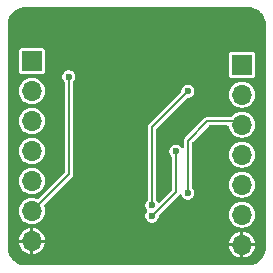
<source format=gbr>
%TF.GenerationSoftware,KiCad,Pcbnew,9.0.0*%
%TF.CreationDate,2025-04-04T04:48:51-04:00*%
%TF.ProjectId,IMU,494d552e-6b69-4636-9164-5f7063625858,rev?*%
%TF.SameCoordinates,Original*%
%TF.FileFunction,Copper,L2,Bot*%
%TF.FilePolarity,Positive*%
%FSLAX46Y46*%
G04 Gerber Fmt 4.6, Leading zero omitted, Abs format (unit mm)*
G04 Created by KiCad (PCBNEW 9.0.0) date 2025-04-04 04:48:51*
%MOMM*%
%LPD*%
G01*
G04 APERTURE LIST*
%TA.AperFunction,ComponentPad*%
%ADD10R,1.700000X1.700000*%
%TD*%
%TA.AperFunction,ComponentPad*%
%ADD11O,1.700000X1.700000*%
%TD*%
%TA.AperFunction,ViaPad*%
%ADD12C,0.600000*%
%TD*%
%TA.AperFunction,Conductor*%
%ADD13C,0.200000*%
%TD*%
G04 APERTURE END LIST*
D10*
%TO.P,J2,1,Pin_1*%
%TO.N,+3.3V*%
X123962000Y-91038000D03*
D11*
%TO.P,J2,2,Pin_2*%
%TO.N,/sensors/pres_miso*%
X123962000Y-93578000D03*
%TO.P,J2,3,Pin_3*%
%TO.N,/sensors/pres_mosi*%
X123962000Y-96118000D03*
%TO.P,J2,4,Pin_4*%
%TO.N,/sensors/pres_sclk*%
X123962000Y-98658000D03*
%TO.P,J2,5,Pin_5*%
%TO.N,/sensors/imu_int2*%
X123962000Y-101198000D03*
%TO.P,J2,6,Pin_6*%
%TO.N,/sensors/pres_cs*%
X123962000Y-103738000D03*
%TO.P,J2,7,Pin_7*%
%TO.N,GNDD*%
X123962000Y-106278000D03*
%TD*%
D10*
%TO.P,J1,1,Pin_1*%
%TO.N,+3.3V*%
X141742000Y-91328000D03*
D11*
%TO.P,J1,2,Pin_2*%
%TO.N,/sensors/imu_miso*%
X141742000Y-93868000D03*
%TO.P,J1,3,Pin_3*%
%TO.N,/sensors/imu_mosi*%
X141742000Y-96408000D03*
%TO.P,J1,4,Pin_4*%
%TO.N,/sensors/imu_sclk*%
X141742000Y-98948000D03*
%TO.P,J1,5,Pin_5*%
%TO.N,/sensors/imu_int1*%
X141742000Y-101488000D03*
%TO.P,J1,6,Pin_6*%
%TO.N,/sensors/imu_cs*%
X141742000Y-104028000D03*
%TO.P,J1,7,Pin_7*%
%TO.N,GNDD*%
X141742000Y-106568000D03*
%TD*%
D12*
%TO.N,GNDD*%
X135265000Y-97896000D03*
X129312500Y-104140000D03*
X132106500Y-99568000D03*
X131963000Y-94848000D03*
X131963000Y-93598000D03*
X134476500Y-94594000D03*
X132614500Y-101219000D03*
X135138000Y-101314000D03*
%TO.N,/sensors/imu_miso*%
X134138500Y-103251000D03*
X137170000Y-93578000D03*
%TO.N,/sensors/imu_sclk*%
X136170500Y-98658000D03*
X134138500Y-104140000D03*
%TO.N,/sensors/imu_mosi*%
X137170000Y-102214000D03*
%TO.N,/sensors/pres_cs*%
X127097000Y-92348000D03*
%TD*%
D13*
%TO.N,/sensors/imu_miso*%
X137170000Y-93578000D02*
X134138500Y-96609500D01*
X134138500Y-96609500D02*
X134138500Y-103251000D01*
%TO.N,/sensors/imu_sclk*%
X136170500Y-98658000D02*
X136170500Y-102108000D01*
X136170500Y-102108000D02*
X134138500Y-104140000D01*
%TO.N,/sensors/imu_mosi*%
X138821000Y-96118000D02*
X137186500Y-97752500D01*
X138821000Y-96118000D02*
X141752000Y-96118000D01*
X137186500Y-97752500D02*
X137186500Y-102214000D01*
%TO.N,/sensors/pres_cs*%
X127097000Y-100603000D02*
X123962000Y-103738000D01*
X127097000Y-92348000D02*
X127097000Y-100603000D01*
%TD*%
%TA.AperFunction,Conductor*%
%TO.N,GNDD*%
G36*
X142286495Y-86458819D02*
G01*
X142486424Y-86473120D01*
X142504216Y-86475679D01*
X142555777Y-86486895D01*
X142695663Y-86517326D01*
X142712902Y-86522388D01*
X142896475Y-86590858D01*
X142912828Y-86598326D01*
X143084786Y-86692223D01*
X143099909Y-86701942D01*
X143256751Y-86819353D01*
X143270338Y-86831126D01*
X143408878Y-86969667D01*
X143420650Y-86983253D01*
X143538059Y-87140094D01*
X143547778Y-87155217D01*
X143641675Y-87327176D01*
X143649142Y-87343524D01*
X143717611Y-87527097D01*
X143722676Y-87544346D01*
X143764323Y-87735796D01*
X143766881Y-87753590D01*
X143776785Y-87892069D01*
X143781190Y-87953647D01*
X143781511Y-87962636D01*
X143781511Y-106813499D01*
X143781190Y-106822487D01*
X143781190Y-106822488D01*
X143766891Y-107022411D01*
X143764333Y-107040205D01*
X143722686Y-107231653D01*
X143717621Y-107248903D01*
X143649152Y-107432475D01*
X143641684Y-107448827D01*
X143547788Y-107620786D01*
X143538070Y-107635907D01*
X143538068Y-107635910D01*
X143420658Y-107792752D01*
X143408886Y-107806338D01*
X143270345Y-107944880D01*
X143256758Y-107956653D01*
X143099914Y-108074065D01*
X143084791Y-108083784D01*
X142912838Y-108177679D01*
X142896485Y-108185148D01*
X142712906Y-108253620D01*
X142695657Y-108258684D01*
X142504218Y-108300330D01*
X142486424Y-108302889D01*
X142307165Y-108315711D01*
X142286648Y-108317179D01*
X142277661Y-108317500D01*
X123426501Y-108317500D01*
X123417512Y-108317179D01*
X123217590Y-108302880D01*
X123199796Y-108300322D01*
X123008348Y-108258675D01*
X122991098Y-108253610D01*
X122807526Y-108185141D01*
X122791174Y-108177673D01*
X122619216Y-108083777D01*
X122604092Y-108074057D01*
X122447247Y-107956644D01*
X122433661Y-107944871D01*
X122295128Y-107806338D01*
X122283355Y-107792752D01*
X122165942Y-107635907D01*
X122156222Y-107620783D01*
X122062326Y-107448825D01*
X122054858Y-107432473D01*
X121994091Y-107269552D01*
X121986388Y-107248899D01*
X121981324Y-107231651D01*
X121957054Y-107120082D01*
X121939675Y-107040193D01*
X121937120Y-107022419D01*
X121922821Y-106822487D01*
X121922500Y-106813499D01*
X121922500Y-106151000D01*
X122864353Y-106151000D01*
X123478392Y-106151000D01*
X123462000Y-106212174D01*
X123462000Y-106343826D01*
X123478392Y-106405000D01*
X122864353Y-106405000D01*
X122885185Y-106536524D01*
X122938883Y-106701788D01*
X122938884Y-106701790D01*
X123017776Y-106856625D01*
X123119917Y-106997210D01*
X123242789Y-107120082D01*
X123383374Y-107222223D01*
X123538209Y-107301115D01*
X123538211Y-107301116D01*
X123703476Y-107354815D01*
X123835000Y-107375645D01*
X123835000Y-106761608D01*
X123896174Y-106778000D01*
X124027826Y-106778000D01*
X124089000Y-106761608D01*
X124089000Y-107375645D01*
X124220523Y-107354815D01*
X124385788Y-107301116D01*
X124385790Y-107301115D01*
X124540625Y-107222223D01*
X124681210Y-107120082D01*
X124804082Y-106997210D01*
X124906223Y-106856625D01*
X124985115Y-106701790D01*
X124985116Y-106701787D01*
X125010745Y-106622913D01*
X125051907Y-106453864D01*
X125053945Y-106441000D01*
X140644353Y-106441000D01*
X141258392Y-106441000D01*
X141242000Y-106502174D01*
X141242000Y-106633826D01*
X141258392Y-106695000D01*
X140644353Y-106695000D01*
X140665185Y-106826524D01*
X140718883Y-106991788D01*
X140718884Y-106991790D01*
X140797776Y-107146625D01*
X140899917Y-107287210D01*
X141022789Y-107410082D01*
X141163374Y-107512223D01*
X141318209Y-107591115D01*
X141318211Y-107591116D01*
X141483476Y-107644815D01*
X141615000Y-107665645D01*
X141615000Y-107051608D01*
X141676174Y-107068000D01*
X141807826Y-107068000D01*
X141869000Y-107051608D01*
X141869000Y-107665645D01*
X142000523Y-107644815D01*
X142165788Y-107591116D01*
X142165790Y-107591115D01*
X142320625Y-107512223D01*
X142461210Y-107410082D01*
X142584082Y-107287210D01*
X142686223Y-107146625D01*
X142765115Y-106991790D01*
X142765116Y-106991788D01*
X142818814Y-106826524D01*
X142839647Y-106695000D01*
X142225608Y-106695000D01*
X142242000Y-106633826D01*
X142242000Y-106502174D01*
X142225608Y-106441000D01*
X142839646Y-106441000D01*
X142818814Y-106309475D01*
X142765116Y-106144211D01*
X142765115Y-106144209D01*
X142686223Y-105989374D01*
X142584082Y-105848789D01*
X142461210Y-105725917D01*
X142320625Y-105623776D01*
X142165790Y-105544884D01*
X142165788Y-105544883D01*
X142000524Y-105491185D01*
X141869000Y-105470353D01*
X141869000Y-106084391D01*
X141807826Y-106068000D01*
X141676174Y-106068000D01*
X141615000Y-106084391D01*
X141615000Y-105470353D01*
X141483475Y-105491185D01*
X141318211Y-105544883D01*
X141318209Y-105544884D01*
X141163374Y-105623776D01*
X141022789Y-105725917D01*
X140899917Y-105848789D01*
X140797776Y-105989374D01*
X140718884Y-106144209D01*
X140718883Y-106144211D01*
X140665185Y-106309475D01*
X140644353Y-106441000D01*
X125053945Y-106441000D01*
X125059647Y-106405000D01*
X124445608Y-106405000D01*
X124462000Y-106343826D01*
X124462000Y-106212174D01*
X124445608Y-106151000D01*
X125059646Y-106151000D01*
X125038814Y-106019475D01*
X124985116Y-105854211D01*
X124985115Y-105854209D01*
X124906223Y-105699374D01*
X124804082Y-105558789D01*
X124681210Y-105435917D01*
X124540625Y-105333776D01*
X124385790Y-105254884D01*
X124385788Y-105254883D01*
X124220524Y-105201185D01*
X124089000Y-105180353D01*
X124089000Y-105794391D01*
X124027826Y-105778000D01*
X123896174Y-105778000D01*
X123835000Y-105794391D01*
X123835000Y-105180353D01*
X123703475Y-105201185D01*
X123538211Y-105254883D01*
X123538209Y-105254884D01*
X123383374Y-105333776D01*
X123242789Y-105435917D01*
X123119917Y-105558789D01*
X123017776Y-105699374D01*
X122938884Y-105854209D01*
X122938883Y-105854211D01*
X122885185Y-106019475D01*
X122864353Y-106151000D01*
X121922500Y-106151000D01*
X121922500Y-103651074D01*
X122857500Y-103651074D01*
X122857500Y-103824926D01*
X122875897Y-103941077D01*
X122884698Y-103996642D01*
X122923129Y-104114922D01*
X122938420Y-104161981D01*
X122938421Y-104161982D01*
X123017349Y-104316887D01*
X123119536Y-104457535D01*
X123242464Y-104580463D01*
X123334859Y-104647592D01*
X123383116Y-104682653D01*
X123538019Y-104761580D01*
X123703362Y-104815303D01*
X123875074Y-104842500D01*
X123875077Y-104842500D01*
X124048923Y-104842500D01*
X124048926Y-104842500D01*
X124220638Y-104815303D01*
X124385981Y-104761580D01*
X124540884Y-104682653D01*
X124681533Y-104580465D01*
X124804465Y-104457533D01*
X124906653Y-104316884D01*
X124985580Y-104161981D01*
X125039303Y-103996638D01*
X125066500Y-103824926D01*
X125066500Y-103651074D01*
X125039303Y-103479362D01*
X124985580Y-103314019D01*
X124985578Y-103314016D01*
X124985342Y-103313288D01*
X124984900Y-103297830D01*
X124979496Y-103283341D01*
X124983906Y-103263064D01*
X124983314Y-103242321D01*
X124991532Y-103228007D01*
X124994587Y-103213967D01*
X125016076Y-103185261D01*
X125023338Y-103177999D01*
X133584000Y-103177999D01*
X133584000Y-103324001D01*
X133617324Y-103448372D01*
X133621789Y-103465033D01*
X133694786Y-103591467D01*
X133694794Y-103591477D01*
X133709722Y-103606405D01*
X133743748Y-103668717D01*
X133738683Y-103739532D01*
X133709722Y-103784595D01*
X133694794Y-103799522D01*
X133694786Y-103799532D01*
X133621789Y-103925966D01*
X133621788Y-103925971D01*
X133584000Y-104066999D01*
X133584000Y-104213001D01*
X133603731Y-104286638D01*
X133621789Y-104354033D01*
X133694786Y-104480467D01*
X133694794Y-104480477D01*
X133798022Y-104583705D01*
X133798027Y-104583709D01*
X133798029Y-104583711D01*
X133798030Y-104583712D01*
X133798032Y-104583713D01*
X133924466Y-104656710D01*
X133924468Y-104656710D01*
X133924471Y-104656712D01*
X134065499Y-104694500D01*
X134065501Y-104694500D01*
X134211499Y-104694500D01*
X134211501Y-104694500D01*
X134352529Y-104656712D01*
X134352532Y-104656710D01*
X134352533Y-104656710D01*
X134438834Y-104606884D01*
X134478971Y-104583711D01*
X134582211Y-104480471D01*
X134655212Y-104354029D01*
X134693000Y-104213001D01*
X134693000Y-104139029D01*
X134713002Y-104070908D01*
X134729905Y-104049934D01*
X134838765Y-103941074D01*
X140637500Y-103941074D01*
X140637500Y-104114926D01*
X140653034Y-104212999D01*
X140664698Y-104286642D01*
X140686593Y-104354029D01*
X140718420Y-104451981D01*
X140783885Y-104580463D01*
X140797349Y-104606887D01*
X140899536Y-104747535D01*
X141022464Y-104870463D01*
X141022467Y-104870465D01*
X141163116Y-104972653D01*
X141318019Y-105051580D01*
X141483362Y-105105303D01*
X141655074Y-105132500D01*
X141655077Y-105132500D01*
X141828923Y-105132500D01*
X141828926Y-105132500D01*
X142000638Y-105105303D01*
X142165981Y-105051580D01*
X142320884Y-104972653D01*
X142461533Y-104870465D01*
X142584465Y-104747533D01*
X142686653Y-104606884D01*
X142765580Y-104451981D01*
X142819303Y-104286638D01*
X142846500Y-104114926D01*
X142846500Y-103941074D01*
X142819303Y-103769362D01*
X142765580Y-103604019D01*
X142686653Y-103449116D01*
X142588499Y-103314019D01*
X142584463Y-103308464D01*
X142461535Y-103185536D01*
X142320887Y-103083349D01*
X142320886Y-103083348D01*
X142320884Y-103083347D01*
X142165981Y-103004420D01*
X142165978Y-103004419D01*
X142165976Y-103004418D01*
X142000642Y-102950698D01*
X142000640Y-102950697D01*
X142000638Y-102950697D01*
X141828926Y-102923500D01*
X141655074Y-102923500D01*
X141483362Y-102950697D01*
X141483360Y-102950697D01*
X141483357Y-102950698D01*
X141318023Y-103004418D01*
X141318017Y-103004421D01*
X141163112Y-103083349D01*
X141022464Y-103185536D01*
X140899536Y-103308464D01*
X140797349Y-103449112D01*
X140718421Y-103604017D01*
X140718418Y-103604023D01*
X140664698Y-103769357D01*
X140664697Y-103769360D01*
X140664697Y-103769362D01*
X140637500Y-103941074D01*
X134838765Y-103941074D01*
X136435261Y-102344578D01*
X136497573Y-102310552D01*
X136568388Y-102315617D01*
X136625224Y-102358164D01*
X136646063Y-102401063D01*
X136653289Y-102428032D01*
X136726286Y-102554467D01*
X136726294Y-102554477D01*
X136829522Y-102657705D01*
X136829527Y-102657709D01*
X136829529Y-102657711D01*
X136829530Y-102657712D01*
X136829532Y-102657713D01*
X136955966Y-102730710D01*
X136955968Y-102730710D01*
X136955971Y-102730712D01*
X137096999Y-102768500D01*
X137097001Y-102768500D01*
X137242999Y-102768500D01*
X137243001Y-102768500D01*
X137384029Y-102730712D01*
X137384032Y-102730710D01*
X137384033Y-102730710D01*
X137505299Y-102660697D01*
X137510471Y-102657711D01*
X137613711Y-102554471D01*
X137650211Y-102491250D01*
X137686710Y-102428033D01*
X137686710Y-102428032D01*
X137686712Y-102428029D01*
X137724500Y-102287001D01*
X137724500Y-102140999D01*
X137686712Y-101999971D01*
X137686710Y-101999968D01*
X137686710Y-101999966D01*
X137613713Y-101873532D01*
X137613705Y-101873522D01*
X137577905Y-101837722D01*
X137543879Y-101775410D01*
X137541000Y-101748627D01*
X137541000Y-101401074D01*
X140637500Y-101401074D01*
X140637500Y-101574926D01*
X140664697Y-101746638D01*
X140664698Y-101746642D01*
X140717441Y-101908970D01*
X140718420Y-101911981D01*
X140783885Y-102040463D01*
X140797349Y-102066887D01*
X140899536Y-102207535D01*
X141022464Y-102330463D01*
X141022467Y-102330465D01*
X141163116Y-102432653D01*
X141318019Y-102511580D01*
X141483362Y-102565303D01*
X141655074Y-102592500D01*
X141655077Y-102592500D01*
X141828923Y-102592500D01*
X141828926Y-102592500D01*
X142000638Y-102565303D01*
X142165981Y-102511580D01*
X142320884Y-102432653D01*
X142461533Y-102330465D01*
X142584465Y-102207533D01*
X142686653Y-102066884D01*
X142765580Y-101911981D01*
X142819303Y-101746638D01*
X142846500Y-101574926D01*
X142846500Y-101401074D01*
X142819303Y-101229362D01*
X142765580Y-101064019D01*
X142686653Y-100909116D01*
X142622393Y-100820670D01*
X142584463Y-100768464D01*
X142461535Y-100645536D01*
X142320887Y-100543349D01*
X142320886Y-100543348D01*
X142320884Y-100543347D01*
X142165981Y-100464420D01*
X142165978Y-100464419D01*
X142165976Y-100464418D01*
X142000642Y-100410698D01*
X142000640Y-100410697D01*
X142000638Y-100410697D01*
X141828926Y-100383500D01*
X141655074Y-100383500D01*
X141483362Y-100410697D01*
X141483360Y-100410697D01*
X141483357Y-100410698D01*
X141318023Y-100464418D01*
X141318017Y-100464421D01*
X141163112Y-100543349D01*
X141022464Y-100645536D01*
X140899536Y-100768464D01*
X140797349Y-100909112D01*
X140718421Y-101064017D01*
X140718418Y-101064023D01*
X140664698Y-101229357D01*
X140664697Y-101229360D01*
X140664697Y-101229362D01*
X140637500Y-101401074D01*
X137541000Y-101401074D01*
X137541000Y-98861074D01*
X140637500Y-98861074D01*
X140637500Y-99034926D01*
X140664697Y-99206638D01*
X140718420Y-99371981D01*
X140718421Y-99371982D01*
X140797349Y-99526887D01*
X140899536Y-99667535D01*
X141022464Y-99790463D01*
X141022467Y-99790465D01*
X141163116Y-99892653D01*
X141318019Y-99971580D01*
X141483362Y-100025303D01*
X141655074Y-100052500D01*
X141655077Y-100052500D01*
X141828923Y-100052500D01*
X141828926Y-100052500D01*
X142000638Y-100025303D01*
X142165981Y-99971580D01*
X142320884Y-99892653D01*
X142461533Y-99790465D01*
X142584465Y-99667533D01*
X142686653Y-99526884D01*
X142765580Y-99371981D01*
X142819303Y-99206638D01*
X142846500Y-99034926D01*
X142846500Y-98861074D01*
X142819303Y-98689362D01*
X142765580Y-98524019D01*
X142686653Y-98369116D01*
X142588499Y-98234019D01*
X142584463Y-98228464D01*
X142461535Y-98105536D01*
X142320887Y-98003349D01*
X142320886Y-98003348D01*
X142320884Y-98003347D01*
X142165981Y-97924420D01*
X142165978Y-97924419D01*
X142165976Y-97924418D01*
X142000642Y-97870698D01*
X142000640Y-97870697D01*
X142000638Y-97870697D01*
X141828926Y-97843500D01*
X141655074Y-97843500D01*
X141483362Y-97870697D01*
X141483360Y-97870697D01*
X141483357Y-97870698D01*
X141318023Y-97924418D01*
X141318017Y-97924421D01*
X141163112Y-98003349D01*
X141022464Y-98105536D01*
X140899536Y-98228464D01*
X140797349Y-98369112D01*
X140718421Y-98524017D01*
X140718418Y-98524023D01*
X140664698Y-98689357D01*
X140664697Y-98689360D01*
X140664697Y-98689362D01*
X140637500Y-98861074D01*
X137541000Y-98861074D01*
X137541000Y-97951529D01*
X137561002Y-97883408D01*
X137577905Y-97862434D01*
X138930934Y-96509405D01*
X138993246Y-96475379D01*
X139020029Y-96472500D01*
X140526334Y-96472500D01*
X140594455Y-96492502D01*
X140640948Y-96546158D01*
X140650783Y-96578788D01*
X140664698Y-96666643D01*
X140718418Y-96831976D01*
X140718420Y-96831981D01*
X140718421Y-96831982D01*
X140797349Y-96986887D01*
X140899536Y-97127535D01*
X141022464Y-97250463D01*
X141022467Y-97250465D01*
X141163116Y-97352653D01*
X141318019Y-97431580D01*
X141483362Y-97485303D01*
X141655074Y-97512500D01*
X141655077Y-97512500D01*
X141828923Y-97512500D01*
X141828926Y-97512500D01*
X142000638Y-97485303D01*
X142165981Y-97431580D01*
X142320884Y-97352653D01*
X142461533Y-97250465D01*
X142584465Y-97127533D01*
X142686653Y-96986884D01*
X142765580Y-96831981D01*
X142819303Y-96666638D01*
X142846500Y-96494926D01*
X142846500Y-96321074D01*
X142819303Y-96149362D01*
X142765580Y-95984019D01*
X142686653Y-95829116D01*
X142588499Y-95694019D01*
X142584463Y-95688464D01*
X142461535Y-95565536D01*
X142320887Y-95463349D01*
X142320886Y-95463348D01*
X142320884Y-95463347D01*
X142165981Y-95384420D01*
X142165978Y-95384419D01*
X142165976Y-95384418D01*
X142000642Y-95330698D01*
X142000640Y-95330697D01*
X142000638Y-95330697D01*
X141828926Y-95303500D01*
X141655074Y-95303500D01*
X141483362Y-95330697D01*
X141483360Y-95330697D01*
X141483357Y-95330698D01*
X141318023Y-95384418D01*
X141318017Y-95384421D01*
X141163112Y-95463349D01*
X141022464Y-95565536D01*
X140899539Y-95688461D01*
X140899534Y-95688467D01*
X140882755Y-95711562D01*
X140826533Y-95754915D01*
X140780820Y-95763500D01*
X138774325Y-95763500D01*
X138684166Y-95787659D01*
X138603335Y-95834326D01*
X138603325Y-95834334D01*
X137375011Y-97062650D01*
X136968832Y-97468829D01*
X136935831Y-97501830D01*
X136902830Y-97534830D01*
X136902826Y-97534835D01*
X136856159Y-97615666D01*
X136832000Y-97705825D01*
X136832000Y-98231127D01*
X136811998Y-98299248D01*
X136758342Y-98345741D01*
X136688068Y-98355845D01*
X136623488Y-98326351D01*
X136616905Y-98320222D01*
X136510977Y-98214294D01*
X136510967Y-98214286D01*
X136384533Y-98141289D01*
X136367872Y-98136824D01*
X136243501Y-98103500D01*
X136097499Y-98103500D01*
X136011186Y-98126627D01*
X135956466Y-98141289D01*
X135830032Y-98214286D01*
X135830022Y-98214294D01*
X135726794Y-98317522D01*
X135726786Y-98317532D01*
X135653789Y-98443966D01*
X135653788Y-98443971D01*
X135616000Y-98584999D01*
X135616000Y-98731001D01*
X135649324Y-98855372D01*
X135653789Y-98872033D01*
X135726786Y-98998467D01*
X135726788Y-98998470D01*
X135726789Y-98998471D01*
X135779096Y-99050778D01*
X135813120Y-99113088D01*
X135816000Y-99139872D01*
X135816000Y-101908970D01*
X135795998Y-101977091D01*
X135779095Y-101998066D01*
X134802427Y-102974733D01*
X134740115Y-103008758D01*
X134669299Y-103003693D01*
X134615405Y-102964923D01*
X134609167Y-102957218D01*
X134582211Y-102910529D01*
X134525232Y-102853550D01*
X134521073Y-102848413D01*
X134509852Y-102821499D01*
X134495879Y-102795910D01*
X134494730Y-102785229D01*
X134493753Y-102782884D01*
X134494205Y-102780342D01*
X134493000Y-102769127D01*
X134493000Y-96808528D01*
X134513002Y-96740407D01*
X134529905Y-96719433D01*
X137079933Y-94169405D01*
X137142245Y-94135379D01*
X137169028Y-94132500D01*
X137242999Y-94132500D01*
X137243001Y-94132500D01*
X137384029Y-94094712D01*
X137384032Y-94094710D01*
X137384033Y-94094710D01*
X137447250Y-94058211D01*
X137510471Y-94021711D01*
X137613711Y-93918471D01*
X137686712Y-93792029D01*
X137689647Y-93781074D01*
X140637500Y-93781074D01*
X140637500Y-93954926D01*
X140664697Y-94126638D01*
X140664698Y-94126642D01*
X140678592Y-94169405D01*
X140718420Y-94291981D01*
X140718421Y-94291982D01*
X140797349Y-94446887D01*
X140899536Y-94587535D01*
X141022464Y-94710463D01*
X141022467Y-94710465D01*
X141163116Y-94812653D01*
X141318019Y-94891580D01*
X141483362Y-94945303D01*
X141655074Y-94972500D01*
X141655077Y-94972500D01*
X141828923Y-94972500D01*
X141828926Y-94972500D01*
X142000638Y-94945303D01*
X142165981Y-94891580D01*
X142320884Y-94812653D01*
X142461533Y-94710465D01*
X142584465Y-94587533D01*
X142686653Y-94446884D01*
X142765580Y-94291981D01*
X142819303Y-94126638D01*
X142846500Y-93954926D01*
X142846500Y-93781074D01*
X142819303Y-93609362D01*
X142765580Y-93444019D01*
X142686653Y-93289116D01*
X142588499Y-93154019D01*
X142584463Y-93148464D01*
X142461535Y-93025536D01*
X142320887Y-92923349D01*
X142320886Y-92923348D01*
X142320884Y-92923347D01*
X142165981Y-92844420D01*
X142165978Y-92844419D01*
X142165976Y-92844418D01*
X142000642Y-92790698D01*
X142000640Y-92790697D01*
X142000638Y-92790697D01*
X141828926Y-92763500D01*
X141655074Y-92763500D01*
X141483362Y-92790697D01*
X141483360Y-92790697D01*
X141483357Y-92790698D01*
X141318023Y-92844418D01*
X141318017Y-92844421D01*
X141163112Y-92923349D01*
X141022464Y-93025536D01*
X140899536Y-93148464D01*
X140797349Y-93289112D01*
X140718421Y-93444017D01*
X140718418Y-93444023D01*
X140664698Y-93609357D01*
X140664697Y-93609360D01*
X140664697Y-93609362D01*
X140637500Y-93781074D01*
X137689647Y-93781074D01*
X137724500Y-93651001D01*
X137724500Y-93504999D01*
X137686712Y-93363971D01*
X137686710Y-93363968D01*
X137686710Y-93363966D01*
X137613713Y-93237532D01*
X137613705Y-93237522D01*
X137510477Y-93134294D01*
X137510467Y-93134286D01*
X137384033Y-93061289D01*
X137367372Y-93056824D01*
X137243001Y-93023500D01*
X137096999Y-93023500D01*
X137010686Y-93046627D01*
X136955966Y-93061289D01*
X136829532Y-93134286D01*
X136829522Y-93134294D01*
X136726294Y-93237522D01*
X136726286Y-93237532D01*
X136653289Y-93363966D01*
X136653288Y-93363971D01*
X136619231Y-93491077D01*
X136615500Y-93505000D01*
X136615500Y-93578970D01*
X136595498Y-93647091D01*
X136578595Y-93668065D01*
X133903109Y-96343550D01*
X133903107Y-96343551D01*
X133903108Y-96343552D01*
X133854831Y-96391829D01*
X133854826Y-96391835D01*
X133808159Y-96472666D01*
X133784000Y-96562825D01*
X133784000Y-102769127D01*
X133763998Y-102837248D01*
X133747095Y-102858222D01*
X133694794Y-102910522D01*
X133694786Y-102910532D01*
X133621789Y-103036966D01*
X133621788Y-103036971D01*
X133584000Y-103177999D01*
X125023338Y-103177999D01*
X127380671Y-100820668D01*
X127427342Y-100739831D01*
X127451501Y-100649671D01*
X127451501Y-100556328D01*
X127451501Y-100548611D01*
X127451500Y-100548593D01*
X127451500Y-92829872D01*
X127471502Y-92761751D01*
X127488400Y-92740781D01*
X127540711Y-92688471D01*
X127613712Y-92562029D01*
X127651500Y-92421001D01*
X127651500Y-92274999D01*
X127613712Y-92133971D01*
X127613710Y-92133968D01*
X127613710Y-92133966D01*
X127540713Y-92007532D01*
X127540705Y-92007522D01*
X127437477Y-91904294D01*
X127437467Y-91904286D01*
X127311033Y-91831289D01*
X127294372Y-91826824D01*
X127170001Y-91793500D01*
X127023999Y-91793500D01*
X126937686Y-91816627D01*
X126882966Y-91831289D01*
X126756532Y-91904286D01*
X126756522Y-91904294D01*
X126653294Y-92007522D01*
X126653286Y-92007532D01*
X126580289Y-92133966D01*
X126561775Y-92203063D01*
X126542500Y-92274999D01*
X126542500Y-92421001D01*
X126556567Y-92473500D01*
X126580289Y-92562033D01*
X126653286Y-92688467D01*
X126653288Y-92688470D01*
X126653289Y-92688471D01*
X126705596Y-92740778D01*
X126739620Y-92803088D01*
X126742500Y-92829872D01*
X126742500Y-100403970D01*
X126722498Y-100472091D01*
X126705595Y-100493065D01*
X124514740Y-102683919D01*
X124452428Y-102717945D01*
X124386709Y-102714657D01*
X124385983Y-102714421D01*
X124385981Y-102714420D01*
X124286209Y-102682002D01*
X124220642Y-102660698D01*
X124220640Y-102660697D01*
X124220638Y-102660697D01*
X124048926Y-102633500D01*
X123875074Y-102633500D01*
X123703362Y-102660697D01*
X123703360Y-102660697D01*
X123703357Y-102660698D01*
X123538023Y-102714418D01*
X123538017Y-102714421D01*
X123383112Y-102793349D01*
X123242464Y-102895536D01*
X123119536Y-103018464D01*
X123017349Y-103159112D01*
X122938421Y-103314017D01*
X122938418Y-103314023D01*
X122884698Y-103479357D01*
X122884697Y-103479360D01*
X122884697Y-103479362D01*
X122857500Y-103651074D01*
X121922500Y-103651074D01*
X121922500Y-101111074D01*
X122857500Y-101111074D01*
X122857500Y-101284926D01*
X122875897Y-101401077D01*
X122884698Y-101456642D01*
X122923129Y-101574922D01*
X122938420Y-101621981D01*
X123013260Y-101768862D01*
X123017349Y-101776887D01*
X123119536Y-101917535D01*
X123242464Y-102040463D01*
X123334859Y-102107592D01*
X123383116Y-102142653D01*
X123538019Y-102221580D01*
X123703362Y-102275303D01*
X123875074Y-102302500D01*
X123875077Y-102302500D01*
X124048923Y-102302500D01*
X124048926Y-102302500D01*
X124220638Y-102275303D01*
X124385981Y-102221580D01*
X124540884Y-102142653D01*
X124681533Y-102040465D01*
X124804465Y-101917533D01*
X124906653Y-101776884D01*
X124985580Y-101621981D01*
X125039303Y-101456638D01*
X125066500Y-101284926D01*
X125066500Y-101111074D01*
X125039303Y-100939362D01*
X124985580Y-100774019D01*
X124906653Y-100619116D01*
X124804465Y-100478467D01*
X124804463Y-100478464D01*
X124681535Y-100355536D01*
X124540887Y-100253349D01*
X124540886Y-100253348D01*
X124540884Y-100253347D01*
X124385981Y-100174420D01*
X124385978Y-100174419D01*
X124385976Y-100174418D01*
X124220642Y-100120698D01*
X124220640Y-100120697D01*
X124220638Y-100120697D01*
X124048926Y-100093500D01*
X123875074Y-100093500D01*
X123703362Y-100120697D01*
X123703360Y-100120697D01*
X123703357Y-100120698D01*
X123538023Y-100174418D01*
X123538017Y-100174421D01*
X123383112Y-100253349D01*
X123242464Y-100355536D01*
X123119536Y-100478464D01*
X123017349Y-100619112D01*
X122938421Y-100774017D01*
X122938418Y-100774023D01*
X122884698Y-100939357D01*
X122884697Y-100939360D01*
X122884697Y-100939362D01*
X122857500Y-101111074D01*
X121922500Y-101111074D01*
X121922500Y-98571074D01*
X122857500Y-98571074D01*
X122857500Y-98744926D01*
X122884697Y-98916638D01*
X122884698Y-98916642D01*
X122936438Y-99075883D01*
X122938420Y-99081981D01*
X122941325Y-99087682D01*
X123017349Y-99236887D01*
X123119536Y-99377535D01*
X123242464Y-99500463D01*
X123334859Y-99567592D01*
X123383116Y-99602653D01*
X123538019Y-99681580D01*
X123703362Y-99735303D01*
X123875074Y-99762500D01*
X123875077Y-99762500D01*
X124048923Y-99762500D01*
X124048926Y-99762500D01*
X124220638Y-99735303D01*
X124385981Y-99681580D01*
X124540884Y-99602653D01*
X124681533Y-99500465D01*
X124804465Y-99377533D01*
X124906653Y-99236884D01*
X124985580Y-99081981D01*
X125039303Y-98916638D01*
X125066500Y-98744926D01*
X125066500Y-98571074D01*
X125039303Y-98399362D01*
X124985580Y-98234019D01*
X124906653Y-98079116D01*
X124804465Y-97938467D01*
X124804463Y-97938464D01*
X124681535Y-97815536D01*
X124540887Y-97713349D01*
X124540886Y-97713348D01*
X124540884Y-97713347D01*
X124385981Y-97634420D01*
X124385978Y-97634419D01*
X124385976Y-97634418D01*
X124220642Y-97580698D01*
X124220640Y-97580697D01*
X124220638Y-97580697D01*
X124048926Y-97553500D01*
X123875074Y-97553500D01*
X123703362Y-97580697D01*
X123703360Y-97580697D01*
X123703357Y-97580698D01*
X123538023Y-97634418D01*
X123538017Y-97634421D01*
X123383112Y-97713349D01*
X123242464Y-97815536D01*
X123119536Y-97938464D01*
X123017349Y-98079112D01*
X122938421Y-98234017D01*
X122938418Y-98234023D01*
X122884698Y-98399357D01*
X122884697Y-98399360D01*
X122884697Y-98399362D01*
X122857500Y-98571074D01*
X121922500Y-98571074D01*
X121922500Y-96031074D01*
X122857500Y-96031074D01*
X122857500Y-96204926D01*
X122879457Y-96343552D01*
X122884698Y-96376642D01*
X122923129Y-96494922D01*
X122938420Y-96541981D01*
X123017347Y-96696884D01*
X123017349Y-96696887D01*
X123119536Y-96837535D01*
X123242464Y-96960463D01*
X123334859Y-97027592D01*
X123383116Y-97062653D01*
X123538019Y-97141580D01*
X123703362Y-97195303D01*
X123875074Y-97222500D01*
X123875077Y-97222500D01*
X124048923Y-97222500D01*
X124048926Y-97222500D01*
X124220638Y-97195303D01*
X124385981Y-97141580D01*
X124540884Y-97062653D01*
X124681533Y-96960465D01*
X124804465Y-96837533D01*
X124906653Y-96696884D01*
X124985580Y-96541981D01*
X125039303Y-96376638D01*
X125066500Y-96204926D01*
X125066500Y-96031074D01*
X125039303Y-95859362D01*
X124985580Y-95694019D01*
X124906653Y-95539116D01*
X124804465Y-95398467D01*
X124804463Y-95398464D01*
X124681535Y-95275536D01*
X124540887Y-95173349D01*
X124540886Y-95173348D01*
X124540884Y-95173347D01*
X124385981Y-95094420D01*
X124385978Y-95094419D01*
X124385976Y-95094418D01*
X124220642Y-95040698D01*
X124220640Y-95040697D01*
X124220638Y-95040697D01*
X124048926Y-95013500D01*
X123875074Y-95013500D01*
X123703362Y-95040697D01*
X123703360Y-95040697D01*
X123703357Y-95040698D01*
X123538023Y-95094418D01*
X123538017Y-95094421D01*
X123383112Y-95173349D01*
X123242464Y-95275536D01*
X123119536Y-95398464D01*
X123017349Y-95539112D01*
X122938421Y-95694017D01*
X122938418Y-95694023D01*
X122884698Y-95859357D01*
X122884697Y-95859360D01*
X122884697Y-95859362D01*
X122857500Y-96031074D01*
X121922500Y-96031074D01*
X121922500Y-93491074D01*
X122857500Y-93491074D01*
X122857500Y-93664926D01*
X122875897Y-93781077D01*
X122884698Y-93836642D01*
X122923129Y-93954922D01*
X122938420Y-94001981D01*
X122938421Y-94001982D01*
X123017349Y-94156887D01*
X123119536Y-94297535D01*
X123242464Y-94420463D01*
X123334859Y-94487592D01*
X123383116Y-94522653D01*
X123538019Y-94601580D01*
X123703362Y-94655303D01*
X123875074Y-94682500D01*
X123875077Y-94682500D01*
X124048923Y-94682500D01*
X124048926Y-94682500D01*
X124220638Y-94655303D01*
X124385981Y-94601580D01*
X124540884Y-94522653D01*
X124681533Y-94420465D01*
X124804465Y-94297533D01*
X124906653Y-94156884D01*
X124985580Y-94001981D01*
X125039303Y-93836638D01*
X125066500Y-93664926D01*
X125066500Y-93491074D01*
X125039303Y-93319362D01*
X124985580Y-93154019D01*
X124906653Y-92999116D01*
X124804465Y-92858467D01*
X124804463Y-92858464D01*
X124681535Y-92735536D01*
X124540887Y-92633349D01*
X124540886Y-92633348D01*
X124540884Y-92633347D01*
X124385981Y-92554420D01*
X124385978Y-92554419D01*
X124385976Y-92554418D01*
X124220642Y-92500698D01*
X124220640Y-92500697D01*
X124220638Y-92500697D01*
X124048926Y-92473500D01*
X123875074Y-92473500D01*
X123703362Y-92500697D01*
X123703360Y-92500697D01*
X123703357Y-92500698D01*
X123538023Y-92554418D01*
X123538017Y-92554421D01*
X123383112Y-92633349D01*
X123242464Y-92735536D01*
X123119536Y-92858464D01*
X123017349Y-92999112D01*
X122938421Y-93154017D01*
X122938418Y-93154023D01*
X122884698Y-93319357D01*
X122884697Y-93319360D01*
X122884697Y-93319362D01*
X122857500Y-93491074D01*
X121922500Y-93491074D01*
X121922500Y-90162930D01*
X122857500Y-90162930D01*
X122857500Y-91913063D01*
X122857501Y-91913073D01*
X122872265Y-91987300D01*
X122928516Y-92071484D01*
X123012697Y-92127733D01*
X123012699Y-92127734D01*
X123086933Y-92142500D01*
X124837066Y-92142499D01*
X124837069Y-92142498D01*
X124837073Y-92142498D01*
X124886326Y-92132701D01*
X124911301Y-92127734D01*
X124995484Y-92071484D01*
X125051734Y-91987301D01*
X125066500Y-91913067D01*
X125066499Y-90452930D01*
X140637500Y-90452930D01*
X140637500Y-92203063D01*
X140637501Y-92203073D01*
X140652265Y-92277300D01*
X140708516Y-92361484D01*
X140792697Y-92417733D01*
X140792699Y-92417734D01*
X140866933Y-92432500D01*
X142617066Y-92432499D01*
X142617069Y-92432498D01*
X142617073Y-92432498D01*
X142674885Y-92420999D01*
X142691301Y-92417734D01*
X142775484Y-92361484D01*
X142831734Y-92277301D01*
X142846500Y-92203067D01*
X142846499Y-90452934D01*
X142846498Y-90452930D01*
X142846498Y-90452926D01*
X142831734Y-90378699D01*
X142775483Y-90294515D01*
X142691302Y-90238266D01*
X142617067Y-90223500D01*
X140866936Y-90223500D01*
X140866926Y-90223501D01*
X140792699Y-90238265D01*
X140708515Y-90294516D01*
X140652266Y-90378697D01*
X140637500Y-90452930D01*
X125066499Y-90452930D01*
X125066499Y-90162934D01*
X125066498Y-90162930D01*
X125066498Y-90162926D01*
X125051734Y-90088699D01*
X124995483Y-90004515D01*
X124911302Y-89948266D01*
X124837067Y-89933500D01*
X123086936Y-89933500D01*
X123086926Y-89933501D01*
X123012699Y-89948265D01*
X122928515Y-90004516D01*
X122872266Y-90088697D01*
X122857500Y-90162930D01*
X121922500Y-90162930D01*
X121922500Y-87962499D01*
X121922821Y-87953511D01*
X121927215Y-87892069D01*
X121937120Y-87753577D01*
X121939675Y-87735807D01*
X121981325Y-87544341D01*
X121986390Y-87527097D01*
X122054860Y-87343524D01*
X122062322Y-87327181D01*
X122156229Y-87155204D01*
X122165934Y-87140104D01*
X122283361Y-86983239D01*
X122295123Y-86969667D01*
X122433669Y-86831120D01*
X122447240Y-86819360D01*
X122604097Y-86701938D01*
X122619211Y-86692225D01*
X122791181Y-86598322D01*
X122807518Y-86590861D01*
X122991103Y-86522387D01*
X123008342Y-86517325D01*
X123199808Y-86475675D01*
X123217578Y-86473120D01*
X123417527Y-86458819D01*
X123426512Y-86458499D01*
X123487892Y-86458499D01*
X142216116Y-86458499D01*
X142277507Y-86458499D01*
X142286495Y-86458819D01*
G37*
%TD.AperFunction*%
%TD*%
M02*

</source>
